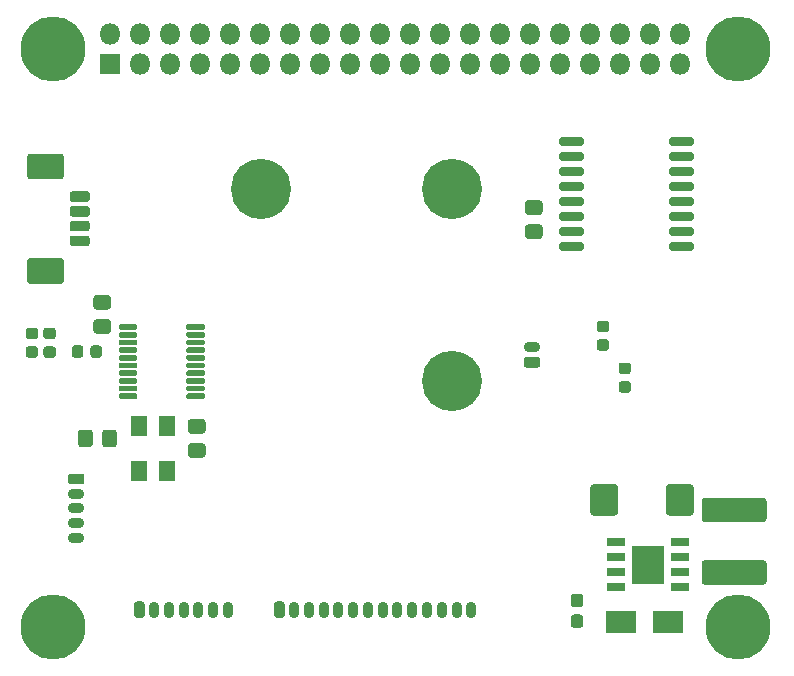
<source format=gbs>
%TF.GenerationSoftware,KiCad,Pcbnew,5.1.6*%
%TF.CreationDate,2020-09-14T14:33:22+02:00*%
%TF.ProjectId,pi-shield,70692d73-6869-4656-9c64-2e6b69636164,rev?*%
%TF.SameCoordinates,Original*%
%TF.FileFunction,Soldermask,Bot*%
%TF.FilePolarity,Negative*%
%FSLAX46Y46*%
G04 Gerber Fmt 4.6, Leading zero omitted, Abs format (unit mm)*
G04 Created by KiCad (PCBNEW 5.1.6) date 2020-09-14 14:33:22*
%MOMM*%
%LPD*%
G01*
G04 APERTURE LIST*
%ADD10C,0.900000*%
%ADD11C,5.100000*%
%ADD12C,5.500000*%
%ADD13R,1.800000X1.800000*%
%ADD14O,1.800000X1.800000*%
%ADD15O,1.400000X0.900000*%
%ADD16R,2.600000X1.900000*%
%ADD17R,2.700000X3.200000*%
%ADD18R,1.650000X0.700000*%
%ADD19R,1.400000X1.700000*%
%ADD20O,0.900000X1.400000*%
G04 APERTURE END LIST*
%TO.C,U1*%
G36*
G01*
X52900000Y-63450000D02*
X52900000Y-63700000D01*
G75*
G02*
X52775000Y-63825000I-125000J0D01*
G01*
X51450000Y-63825000D01*
G75*
G02*
X51325000Y-63700000I0J125000D01*
G01*
X51325000Y-63450000D01*
G75*
G02*
X51450000Y-63325000I125000J0D01*
G01*
X52775000Y-63325000D01*
G75*
G02*
X52900000Y-63450000I0J-125000D01*
G01*
G37*
G36*
G01*
X52900000Y-64100000D02*
X52900000Y-64350000D01*
G75*
G02*
X52775000Y-64475000I-125000J0D01*
G01*
X51450000Y-64475000D01*
G75*
G02*
X51325000Y-64350000I0J125000D01*
G01*
X51325000Y-64100000D01*
G75*
G02*
X51450000Y-63975000I125000J0D01*
G01*
X52775000Y-63975000D01*
G75*
G02*
X52900000Y-64100000I0J-125000D01*
G01*
G37*
G36*
G01*
X52900000Y-64750000D02*
X52900000Y-65000000D01*
G75*
G02*
X52775000Y-65125000I-125000J0D01*
G01*
X51450000Y-65125000D01*
G75*
G02*
X51325000Y-65000000I0J125000D01*
G01*
X51325000Y-64750000D01*
G75*
G02*
X51450000Y-64625000I125000J0D01*
G01*
X52775000Y-64625000D01*
G75*
G02*
X52900000Y-64750000I0J-125000D01*
G01*
G37*
G36*
G01*
X52900000Y-65400000D02*
X52900000Y-65650000D01*
G75*
G02*
X52775000Y-65775000I-125000J0D01*
G01*
X51450000Y-65775000D01*
G75*
G02*
X51325000Y-65650000I0J125000D01*
G01*
X51325000Y-65400000D01*
G75*
G02*
X51450000Y-65275000I125000J0D01*
G01*
X52775000Y-65275000D01*
G75*
G02*
X52900000Y-65400000I0J-125000D01*
G01*
G37*
G36*
G01*
X52900000Y-66050000D02*
X52900000Y-66300000D01*
G75*
G02*
X52775000Y-66425000I-125000J0D01*
G01*
X51450000Y-66425000D01*
G75*
G02*
X51325000Y-66300000I0J125000D01*
G01*
X51325000Y-66050000D01*
G75*
G02*
X51450000Y-65925000I125000J0D01*
G01*
X52775000Y-65925000D01*
G75*
G02*
X52900000Y-66050000I0J-125000D01*
G01*
G37*
G36*
G01*
X52900000Y-66700000D02*
X52900000Y-66950000D01*
G75*
G02*
X52775000Y-67075000I-125000J0D01*
G01*
X51450000Y-67075000D01*
G75*
G02*
X51325000Y-66950000I0J125000D01*
G01*
X51325000Y-66700000D01*
G75*
G02*
X51450000Y-66575000I125000J0D01*
G01*
X52775000Y-66575000D01*
G75*
G02*
X52900000Y-66700000I0J-125000D01*
G01*
G37*
G36*
G01*
X52900000Y-67350000D02*
X52900000Y-67600000D01*
G75*
G02*
X52775000Y-67725000I-125000J0D01*
G01*
X51450000Y-67725000D01*
G75*
G02*
X51325000Y-67600000I0J125000D01*
G01*
X51325000Y-67350000D01*
G75*
G02*
X51450000Y-67225000I125000J0D01*
G01*
X52775000Y-67225000D01*
G75*
G02*
X52900000Y-67350000I0J-125000D01*
G01*
G37*
G36*
G01*
X52900000Y-68000000D02*
X52900000Y-68250000D01*
G75*
G02*
X52775000Y-68375000I-125000J0D01*
G01*
X51450000Y-68375000D01*
G75*
G02*
X51325000Y-68250000I0J125000D01*
G01*
X51325000Y-68000000D01*
G75*
G02*
X51450000Y-67875000I125000J0D01*
G01*
X52775000Y-67875000D01*
G75*
G02*
X52900000Y-68000000I0J-125000D01*
G01*
G37*
G36*
G01*
X52900000Y-68650000D02*
X52900000Y-68900000D01*
G75*
G02*
X52775000Y-69025000I-125000J0D01*
G01*
X51450000Y-69025000D01*
G75*
G02*
X51325000Y-68900000I0J125000D01*
G01*
X51325000Y-68650000D01*
G75*
G02*
X51450000Y-68525000I125000J0D01*
G01*
X52775000Y-68525000D01*
G75*
G02*
X52900000Y-68650000I0J-125000D01*
G01*
G37*
G36*
G01*
X52900000Y-69300000D02*
X52900000Y-69550000D01*
G75*
G02*
X52775000Y-69675000I-125000J0D01*
G01*
X51450000Y-69675000D01*
G75*
G02*
X51325000Y-69550000I0J125000D01*
G01*
X51325000Y-69300000D01*
G75*
G02*
X51450000Y-69175000I125000J0D01*
G01*
X52775000Y-69175000D01*
G75*
G02*
X52900000Y-69300000I0J-125000D01*
G01*
G37*
G36*
G01*
X47175000Y-69300000D02*
X47175000Y-69550000D01*
G75*
G02*
X47050000Y-69675000I-125000J0D01*
G01*
X45725000Y-69675000D01*
G75*
G02*
X45600000Y-69550000I0J125000D01*
G01*
X45600000Y-69300000D01*
G75*
G02*
X45725000Y-69175000I125000J0D01*
G01*
X47050000Y-69175000D01*
G75*
G02*
X47175000Y-69300000I0J-125000D01*
G01*
G37*
G36*
G01*
X47175000Y-68650000D02*
X47175000Y-68900000D01*
G75*
G02*
X47050000Y-69025000I-125000J0D01*
G01*
X45725000Y-69025000D01*
G75*
G02*
X45600000Y-68900000I0J125000D01*
G01*
X45600000Y-68650000D01*
G75*
G02*
X45725000Y-68525000I125000J0D01*
G01*
X47050000Y-68525000D01*
G75*
G02*
X47175000Y-68650000I0J-125000D01*
G01*
G37*
G36*
G01*
X47175000Y-68000000D02*
X47175000Y-68250000D01*
G75*
G02*
X47050000Y-68375000I-125000J0D01*
G01*
X45725000Y-68375000D01*
G75*
G02*
X45600000Y-68250000I0J125000D01*
G01*
X45600000Y-68000000D01*
G75*
G02*
X45725000Y-67875000I125000J0D01*
G01*
X47050000Y-67875000D01*
G75*
G02*
X47175000Y-68000000I0J-125000D01*
G01*
G37*
G36*
G01*
X47175000Y-67350000D02*
X47175000Y-67600000D01*
G75*
G02*
X47050000Y-67725000I-125000J0D01*
G01*
X45725000Y-67725000D01*
G75*
G02*
X45600000Y-67600000I0J125000D01*
G01*
X45600000Y-67350000D01*
G75*
G02*
X45725000Y-67225000I125000J0D01*
G01*
X47050000Y-67225000D01*
G75*
G02*
X47175000Y-67350000I0J-125000D01*
G01*
G37*
G36*
G01*
X47175000Y-66700000D02*
X47175000Y-66950000D01*
G75*
G02*
X47050000Y-67075000I-125000J0D01*
G01*
X45725000Y-67075000D01*
G75*
G02*
X45600000Y-66950000I0J125000D01*
G01*
X45600000Y-66700000D01*
G75*
G02*
X45725000Y-66575000I125000J0D01*
G01*
X47050000Y-66575000D01*
G75*
G02*
X47175000Y-66700000I0J-125000D01*
G01*
G37*
G36*
G01*
X47175000Y-66050000D02*
X47175000Y-66300000D01*
G75*
G02*
X47050000Y-66425000I-125000J0D01*
G01*
X45725000Y-66425000D01*
G75*
G02*
X45600000Y-66300000I0J125000D01*
G01*
X45600000Y-66050000D01*
G75*
G02*
X45725000Y-65925000I125000J0D01*
G01*
X47050000Y-65925000D01*
G75*
G02*
X47175000Y-66050000I0J-125000D01*
G01*
G37*
G36*
G01*
X47175000Y-65400000D02*
X47175000Y-65650000D01*
G75*
G02*
X47050000Y-65775000I-125000J0D01*
G01*
X45725000Y-65775000D01*
G75*
G02*
X45600000Y-65650000I0J125000D01*
G01*
X45600000Y-65400000D01*
G75*
G02*
X45725000Y-65275000I125000J0D01*
G01*
X47050000Y-65275000D01*
G75*
G02*
X47175000Y-65400000I0J-125000D01*
G01*
G37*
G36*
G01*
X47175000Y-64750000D02*
X47175000Y-65000000D01*
G75*
G02*
X47050000Y-65125000I-125000J0D01*
G01*
X45725000Y-65125000D01*
G75*
G02*
X45600000Y-65000000I0J125000D01*
G01*
X45600000Y-64750000D01*
G75*
G02*
X45725000Y-64625000I125000J0D01*
G01*
X47050000Y-64625000D01*
G75*
G02*
X47175000Y-64750000I0J-125000D01*
G01*
G37*
G36*
G01*
X47175000Y-64100000D02*
X47175000Y-64350000D01*
G75*
G02*
X47050000Y-64475000I-125000J0D01*
G01*
X45725000Y-64475000D01*
G75*
G02*
X45600000Y-64350000I0J125000D01*
G01*
X45600000Y-64100000D01*
G75*
G02*
X45725000Y-63975000I125000J0D01*
G01*
X47050000Y-63975000D01*
G75*
G02*
X47175000Y-64100000I0J-125000D01*
G01*
G37*
G36*
G01*
X47175000Y-63450000D02*
X47175000Y-63700000D01*
G75*
G02*
X47050000Y-63825000I-125000J0D01*
G01*
X45725000Y-63825000D01*
G75*
G02*
X45600000Y-63700000I0J125000D01*
G01*
X45600000Y-63450000D01*
G75*
G02*
X45725000Y-63325000I125000J0D01*
G01*
X47050000Y-63325000D01*
G75*
G02*
X47175000Y-63450000I0J-125000D01*
G01*
G37*
%TD*%
%TO.C,C1*%
G36*
G01*
X43400000Y-72521738D02*
X43400000Y-73478262D01*
G75*
G02*
X43128262Y-73750000I-271738J0D01*
G01*
X42421738Y-73750000D01*
G75*
G02*
X42150000Y-73478262I0J271738D01*
G01*
X42150000Y-72521738D01*
G75*
G02*
X42421738Y-72250000I271738J0D01*
G01*
X43128262Y-72250000D01*
G75*
G02*
X43400000Y-72521738I0J-271738D01*
G01*
G37*
G36*
G01*
X45450000Y-72521738D02*
X45450000Y-73478262D01*
G75*
G02*
X45178262Y-73750000I-271738J0D01*
G01*
X44471738Y-73750000D01*
G75*
G02*
X44200000Y-73478262I0J271738D01*
G01*
X44200000Y-72521738D01*
G75*
G02*
X44471738Y-72250000I271738J0D01*
G01*
X45178262Y-72250000D01*
G75*
G02*
X45450000Y-72521738I0J-271738D01*
G01*
G37*
%TD*%
%TO.C,C2*%
G36*
G01*
X51721738Y-71350000D02*
X52678262Y-71350000D01*
G75*
G02*
X52950000Y-71621738I0J-271738D01*
G01*
X52950000Y-72328262D01*
G75*
G02*
X52678262Y-72600000I-271738J0D01*
G01*
X51721738Y-72600000D01*
G75*
G02*
X51450000Y-72328262I0J271738D01*
G01*
X51450000Y-71621738D01*
G75*
G02*
X51721738Y-71350000I271738J0D01*
G01*
G37*
G36*
G01*
X51721738Y-73400000D02*
X52678262Y-73400000D01*
G75*
G02*
X52950000Y-73671738I0J-271738D01*
G01*
X52950000Y-74378262D01*
G75*
G02*
X52678262Y-74650000I-271738J0D01*
G01*
X51721738Y-74650000D01*
G75*
G02*
X51450000Y-74378262I0J271738D01*
G01*
X51450000Y-73671738D01*
G75*
G02*
X51721738Y-73400000I271738J0D01*
G01*
G37*
%TD*%
%TO.C,C3*%
G36*
G01*
X44678262Y-62100000D02*
X43721738Y-62100000D01*
G75*
G02*
X43450000Y-61828262I0J271738D01*
G01*
X43450000Y-61121738D01*
G75*
G02*
X43721738Y-60850000I271738J0D01*
G01*
X44678262Y-60850000D01*
G75*
G02*
X44950000Y-61121738I0J-271738D01*
G01*
X44950000Y-61828262D01*
G75*
G02*
X44678262Y-62100000I-271738J0D01*
G01*
G37*
G36*
G01*
X44678262Y-64150000D02*
X43721738Y-64150000D01*
G75*
G02*
X43450000Y-63878262I0J271738D01*
G01*
X43450000Y-63171738D01*
G75*
G02*
X43721738Y-62900000I271738J0D01*
G01*
X44678262Y-62900000D01*
G75*
G02*
X44950000Y-63171738I0J-271738D01*
G01*
X44950000Y-63878262D01*
G75*
G02*
X44678262Y-64150000I-271738J0D01*
G01*
G37*
%TD*%
%TO.C,C5*%
G36*
G01*
X81228262Y-56125000D02*
X80271738Y-56125000D01*
G75*
G02*
X80000000Y-55853262I0J271738D01*
G01*
X80000000Y-55146738D01*
G75*
G02*
X80271738Y-54875000I271738J0D01*
G01*
X81228262Y-54875000D01*
G75*
G02*
X81500000Y-55146738I0J-271738D01*
G01*
X81500000Y-55853262D01*
G75*
G02*
X81228262Y-56125000I-271738J0D01*
G01*
G37*
G36*
G01*
X81228262Y-54075000D02*
X80271738Y-54075000D01*
G75*
G02*
X80000000Y-53803262I0J271738D01*
G01*
X80000000Y-53096738D01*
G75*
G02*
X80271738Y-52825000I271738J0D01*
G01*
X81228262Y-52825000D01*
G75*
G02*
X81500000Y-53096738I0J-271738D01*
G01*
X81500000Y-53803262D01*
G75*
G02*
X81228262Y-54075000I-271738J0D01*
G01*
G37*
%TD*%
D10*
%TO.C,H1*%
X75175825Y-50574175D03*
X73850000Y-50025000D03*
X72524175Y-50574175D03*
X71975000Y-51900000D03*
X72524175Y-53225825D03*
X73850000Y-53775000D03*
X75175825Y-53225825D03*
X75725000Y-51900000D03*
D11*
X73850000Y-51900000D03*
%TD*%
%TO.C,H2*%
X73850000Y-68100000D03*
D10*
X75725000Y-68100000D03*
X75175825Y-69425825D03*
X73850000Y-69975000D03*
X72524175Y-69425825D03*
X71975000Y-68100000D03*
X72524175Y-66774175D03*
X73850000Y-66225000D03*
X75175825Y-66774175D03*
%TD*%
D11*
%TO.C,H3*%
X57650000Y-51900000D03*
D10*
X59525000Y-51900000D03*
X58975825Y-53225825D03*
X57650000Y-53775000D03*
X56324175Y-53225825D03*
X55775000Y-51900000D03*
X56324175Y-50574175D03*
X57650000Y-50025000D03*
X58975825Y-50574175D03*
%TD*%
%TO.C,H5*%
X41431891Y-87568109D03*
X40000000Y-86975000D03*
X38568109Y-87568109D03*
X37975000Y-89000000D03*
X38568109Y-90431891D03*
X40000000Y-91025000D03*
X41431891Y-90431891D03*
X42025000Y-89000000D03*
D12*
X40000000Y-89000000D03*
%TD*%
%TO.C,H6*%
X98000000Y-40000000D03*
D10*
X100025000Y-40000000D03*
X99431891Y-41431891D03*
X98000000Y-42025000D03*
X96568109Y-41431891D03*
X95975000Y-40000000D03*
X96568109Y-38568109D03*
X98000000Y-37975000D03*
X99431891Y-38568109D03*
%TD*%
%TO.C,H7*%
X99431891Y-87568109D03*
X98000000Y-86975000D03*
X96568109Y-87568109D03*
X95975000Y-89000000D03*
X96568109Y-90431891D03*
X98000000Y-91025000D03*
X99431891Y-90431891D03*
X100025000Y-89000000D03*
D12*
X98000000Y-89000000D03*
%TD*%
%TO.C,H8*%
X40000000Y-40000000D03*
D10*
X42025000Y-40000000D03*
X41431891Y-41431891D03*
X40000000Y-42025000D03*
X38568109Y-41431891D03*
X37975000Y-40000000D03*
X38568109Y-38568109D03*
X40000000Y-37975000D03*
X41431891Y-38568109D03*
%TD*%
D13*
%TO.C,J1*%
X44870000Y-41270000D03*
D14*
X44870000Y-38730000D03*
X47410000Y-41270000D03*
X47410000Y-38730000D03*
X49950000Y-41270000D03*
X49950000Y-38730000D03*
X52490000Y-41270000D03*
X52490000Y-38730000D03*
X55030000Y-41270000D03*
X55030000Y-38730000D03*
X57570000Y-41270000D03*
X57570000Y-38730000D03*
X60110000Y-41270000D03*
X60110000Y-38730000D03*
X62650000Y-41270000D03*
X62650000Y-38730000D03*
X65190000Y-41270000D03*
X65190000Y-38730000D03*
X67730000Y-41270000D03*
X67730000Y-38730000D03*
X70270000Y-41270000D03*
X70270000Y-38730000D03*
X72810000Y-41270000D03*
X72810000Y-38730000D03*
X75350000Y-41270000D03*
X75350000Y-38730000D03*
X77890000Y-41270000D03*
X77890000Y-38730000D03*
X80430000Y-41270000D03*
X80430000Y-38730000D03*
X82970000Y-41270000D03*
X82970000Y-38730000D03*
X85510000Y-41270000D03*
X85510000Y-38730000D03*
X88050000Y-41270000D03*
X88050000Y-38730000D03*
X90590000Y-41270000D03*
X90590000Y-38730000D03*
X93130000Y-41270000D03*
X93130000Y-38730000D03*
%TD*%
%TO.C,J4*%
G36*
G01*
X81075000Y-67000000D02*
X80125000Y-67000000D01*
G75*
G02*
X79900000Y-66775000I0J225000D01*
G01*
X79900000Y-66325000D01*
G75*
G02*
X80125000Y-66100000I225000J0D01*
G01*
X81075000Y-66100000D01*
G75*
G02*
X81300000Y-66325000I0J-225000D01*
G01*
X81300000Y-66775000D01*
G75*
G02*
X81075000Y-67000000I-225000J0D01*
G01*
G37*
D15*
X80600000Y-65300000D03*
%TD*%
%TO.C,U3*%
G36*
G01*
X82875000Y-56920000D02*
X82875000Y-56570000D01*
G75*
G02*
X83050000Y-56395000I175000J0D01*
G01*
X84850000Y-56395000D01*
G75*
G02*
X85025000Y-56570000I0J-175000D01*
G01*
X85025000Y-56920000D01*
G75*
G02*
X84850000Y-57095000I-175000J0D01*
G01*
X83050000Y-57095000D01*
G75*
G02*
X82875000Y-56920000I0J175000D01*
G01*
G37*
G36*
G01*
X82875000Y-55650000D02*
X82875000Y-55300000D01*
G75*
G02*
X83050000Y-55125000I175000J0D01*
G01*
X84850000Y-55125000D01*
G75*
G02*
X85025000Y-55300000I0J-175000D01*
G01*
X85025000Y-55650000D01*
G75*
G02*
X84850000Y-55825000I-175000J0D01*
G01*
X83050000Y-55825000D01*
G75*
G02*
X82875000Y-55650000I0J175000D01*
G01*
G37*
G36*
G01*
X82875000Y-54380000D02*
X82875000Y-54030000D01*
G75*
G02*
X83050000Y-53855000I175000J0D01*
G01*
X84850000Y-53855000D01*
G75*
G02*
X85025000Y-54030000I0J-175000D01*
G01*
X85025000Y-54380000D01*
G75*
G02*
X84850000Y-54555000I-175000J0D01*
G01*
X83050000Y-54555000D01*
G75*
G02*
X82875000Y-54380000I0J175000D01*
G01*
G37*
G36*
G01*
X82875000Y-53110000D02*
X82875000Y-52760000D01*
G75*
G02*
X83050000Y-52585000I175000J0D01*
G01*
X84850000Y-52585000D01*
G75*
G02*
X85025000Y-52760000I0J-175000D01*
G01*
X85025000Y-53110000D01*
G75*
G02*
X84850000Y-53285000I-175000J0D01*
G01*
X83050000Y-53285000D01*
G75*
G02*
X82875000Y-53110000I0J175000D01*
G01*
G37*
G36*
G01*
X82875000Y-51840000D02*
X82875000Y-51490000D01*
G75*
G02*
X83050000Y-51315000I175000J0D01*
G01*
X84850000Y-51315000D01*
G75*
G02*
X85025000Y-51490000I0J-175000D01*
G01*
X85025000Y-51840000D01*
G75*
G02*
X84850000Y-52015000I-175000J0D01*
G01*
X83050000Y-52015000D01*
G75*
G02*
X82875000Y-51840000I0J175000D01*
G01*
G37*
G36*
G01*
X82875000Y-50570000D02*
X82875000Y-50220000D01*
G75*
G02*
X83050000Y-50045000I175000J0D01*
G01*
X84850000Y-50045000D01*
G75*
G02*
X85025000Y-50220000I0J-175000D01*
G01*
X85025000Y-50570000D01*
G75*
G02*
X84850000Y-50745000I-175000J0D01*
G01*
X83050000Y-50745000D01*
G75*
G02*
X82875000Y-50570000I0J175000D01*
G01*
G37*
G36*
G01*
X82875000Y-49300000D02*
X82875000Y-48950000D01*
G75*
G02*
X83050000Y-48775000I175000J0D01*
G01*
X84850000Y-48775000D01*
G75*
G02*
X85025000Y-48950000I0J-175000D01*
G01*
X85025000Y-49300000D01*
G75*
G02*
X84850000Y-49475000I-175000J0D01*
G01*
X83050000Y-49475000D01*
G75*
G02*
X82875000Y-49300000I0J175000D01*
G01*
G37*
G36*
G01*
X82875000Y-48030000D02*
X82875000Y-47680000D01*
G75*
G02*
X83050000Y-47505000I175000J0D01*
G01*
X84850000Y-47505000D01*
G75*
G02*
X85025000Y-47680000I0J-175000D01*
G01*
X85025000Y-48030000D01*
G75*
G02*
X84850000Y-48205000I-175000J0D01*
G01*
X83050000Y-48205000D01*
G75*
G02*
X82875000Y-48030000I0J175000D01*
G01*
G37*
G36*
G01*
X92175000Y-48030000D02*
X92175000Y-47680000D01*
G75*
G02*
X92350000Y-47505000I175000J0D01*
G01*
X94150000Y-47505000D01*
G75*
G02*
X94325000Y-47680000I0J-175000D01*
G01*
X94325000Y-48030000D01*
G75*
G02*
X94150000Y-48205000I-175000J0D01*
G01*
X92350000Y-48205000D01*
G75*
G02*
X92175000Y-48030000I0J175000D01*
G01*
G37*
G36*
G01*
X92175000Y-49300000D02*
X92175000Y-48950000D01*
G75*
G02*
X92350000Y-48775000I175000J0D01*
G01*
X94150000Y-48775000D01*
G75*
G02*
X94325000Y-48950000I0J-175000D01*
G01*
X94325000Y-49300000D01*
G75*
G02*
X94150000Y-49475000I-175000J0D01*
G01*
X92350000Y-49475000D01*
G75*
G02*
X92175000Y-49300000I0J175000D01*
G01*
G37*
G36*
G01*
X92175000Y-50570000D02*
X92175000Y-50220000D01*
G75*
G02*
X92350000Y-50045000I175000J0D01*
G01*
X94150000Y-50045000D01*
G75*
G02*
X94325000Y-50220000I0J-175000D01*
G01*
X94325000Y-50570000D01*
G75*
G02*
X94150000Y-50745000I-175000J0D01*
G01*
X92350000Y-50745000D01*
G75*
G02*
X92175000Y-50570000I0J175000D01*
G01*
G37*
G36*
G01*
X92175000Y-51840000D02*
X92175000Y-51490000D01*
G75*
G02*
X92350000Y-51315000I175000J0D01*
G01*
X94150000Y-51315000D01*
G75*
G02*
X94325000Y-51490000I0J-175000D01*
G01*
X94325000Y-51840000D01*
G75*
G02*
X94150000Y-52015000I-175000J0D01*
G01*
X92350000Y-52015000D01*
G75*
G02*
X92175000Y-51840000I0J175000D01*
G01*
G37*
G36*
G01*
X92175000Y-53110000D02*
X92175000Y-52760000D01*
G75*
G02*
X92350000Y-52585000I175000J0D01*
G01*
X94150000Y-52585000D01*
G75*
G02*
X94325000Y-52760000I0J-175000D01*
G01*
X94325000Y-53110000D01*
G75*
G02*
X94150000Y-53285000I-175000J0D01*
G01*
X92350000Y-53285000D01*
G75*
G02*
X92175000Y-53110000I0J175000D01*
G01*
G37*
G36*
G01*
X92175000Y-54380000D02*
X92175000Y-54030000D01*
G75*
G02*
X92350000Y-53855000I175000J0D01*
G01*
X94150000Y-53855000D01*
G75*
G02*
X94325000Y-54030000I0J-175000D01*
G01*
X94325000Y-54380000D01*
G75*
G02*
X94150000Y-54555000I-175000J0D01*
G01*
X92350000Y-54555000D01*
G75*
G02*
X92175000Y-54380000I0J175000D01*
G01*
G37*
G36*
G01*
X92175000Y-55650000D02*
X92175000Y-55300000D01*
G75*
G02*
X92350000Y-55125000I175000J0D01*
G01*
X94150000Y-55125000D01*
G75*
G02*
X94325000Y-55300000I0J-175000D01*
G01*
X94325000Y-55650000D01*
G75*
G02*
X94150000Y-55825000I-175000J0D01*
G01*
X92350000Y-55825000D01*
G75*
G02*
X92175000Y-55650000I0J175000D01*
G01*
G37*
G36*
G01*
X92175000Y-56920000D02*
X92175000Y-56570000D01*
G75*
G02*
X92350000Y-56395000I175000J0D01*
G01*
X94150000Y-56395000D01*
G75*
G02*
X94325000Y-56570000I0J-175000D01*
G01*
X94325000Y-56920000D01*
G75*
G02*
X94150000Y-57095000I-175000J0D01*
G01*
X92350000Y-57095000D01*
G75*
G02*
X92175000Y-56920000I0J175000D01*
G01*
G37*
%TD*%
%TO.C,J5*%
G36*
G01*
X41525000Y-75975000D02*
X42475000Y-75975000D01*
G75*
G02*
X42700000Y-76200000I0J-225000D01*
G01*
X42700000Y-76650000D01*
G75*
G02*
X42475000Y-76875000I-225000J0D01*
G01*
X41525000Y-76875000D01*
G75*
G02*
X41300000Y-76650000I0J225000D01*
G01*
X41300000Y-76200000D01*
G75*
G02*
X41525000Y-75975000I225000J0D01*
G01*
G37*
X42000000Y-77675000D03*
X42000000Y-78925000D03*
X42000000Y-80175000D03*
X42000000Y-81425000D03*
%TD*%
%TO.C,C7*%
G36*
G01*
X100187343Y-85375000D02*
X95212657Y-85375000D01*
G75*
G02*
X94950000Y-85112343I0J262657D01*
G01*
X94950000Y-83562657D01*
G75*
G02*
X95212657Y-83300000I262657J0D01*
G01*
X100187343Y-83300000D01*
G75*
G02*
X100450000Y-83562657I0J-262657D01*
G01*
X100450000Y-85112343D01*
G75*
G02*
X100187343Y-85375000I-262657J0D01*
G01*
G37*
G36*
G01*
X100187343Y-80100000D02*
X95212657Y-80100000D01*
G75*
G02*
X94950000Y-79837343I0J262657D01*
G01*
X94950000Y-78287657D01*
G75*
G02*
X95212657Y-78025000I262657J0D01*
G01*
X100187343Y-78025000D01*
G75*
G02*
X100450000Y-78287657I0J-262657D01*
G01*
X100450000Y-79837343D01*
G75*
G02*
X100187343Y-80100000I-262657J0D01*
G01*
G37*
%TD*%
%TO.C,C8*%
G36*
G01*
X84662500Y-89050000D02*
X84137500Y-89050000D01*
G75*
G02*
X83875000Y-88787500I0J262500D01*
G01*
X83875000Y-88162500D01*
G75*
G02*
X84137500Y-87900000I262500J0D01*
G01*
X84662500Y-87900000D01*
G75*
G02*
X84925000Y-88162500I0J-262500D01*
G01*
X84925000Y-88787500D01*
G75*
G02*
X84662500Y-89050000I-262500J0D01*
G01*
G37*
G36*
G01*
X84662500Y-87300000D02*
X84137500Y-87300000D01*
G75*
G02*
X83875000Y-87037500I0J262500D01*
G01*
X83875000Y-86412500D01*
G75*
G02*
X84137500Y-86150000I262500J0D01*
G01*
X84662500Y-86150000D01*
G75*
G02*
X84925000Y-86412500I0J-262500D01*
G01*
X84925000Y-87037500D01*
G75*
G02*
X84662500Y-87300000I-262500J0D01*
G01*
G37*
%TD*%
%TO.C,C9*%
G36*
G01*
X85525000Y-79263890D02*
X85525000Y-77136110D01*
G75*
G02*
X85786110Y-76875000I261110J0D01*
G01*
X87613890Y-76875000D01*
G75*
G02*
X87875000Y-77136110I0J-261110D01*
G01*
X87875000Y-79263890D01*
G75*
G02*
X87613890Y-79525000I-261110J0D01*
G01*
X85786110Y-79525000D01*
G75*
G02*
X85525000Y-79263890I0J261110D01*
G01*
G37*
G36*
G01*
X91925000Y-79263890D02*
X91925000Y-77136110D01*
G75*
G02*
X92186110Y-76875000I261110J0D01*
G01*
X94013890Y-76875000D01*
G75*
G02*
X94275000Y-77136110I0J-261110D01*
G01*
X94275000Y-79263890D01*
G75*
G02*
X94013890Y-79525000I-261110J0D01*
G01*
X92186110Y-79525000D01*
G75*
G02*
X91925000Y-79263890I0J261110D01*
G01*
G37*
%TD*%
D16*
%TO.C,D2*%
X92100000Y-88500000D03*
X88100000Y-88500000D03*
%TD*%
D17*
%TO.C,U5*%
X90400000Y-83700000D03*
D18*
X87700000Y-85605000D03*
X87700000Y-84335000D03*
X87700000Y-83065000D03*
X87700000Y-81795000D03*
X93100000Y-81795000D03*
X93100000Y-83065000D03*
X93100000Y-84335000D03*
X93100000Y-85605000D03*
%TD*%
D19*
%TO.C,Y1*%
X47350000Y-75750000D03*
X47350000Y-71950000D03*
X49650000Y-71950000D03*
X49650000Y-75750000D03*
%TD*%
%TO.C,J10*%
G36*
G01*
X40688095Y-51075000D02*
X38111905Y-51075000D01*
G75*
G02*
X37850000Y-50813095I0J261905D01*
G01*
X37850000Y-49136905D01*
G75*
G02*
X38111905Y-48875000I261905J0D01*
G01*
X40688095Y-48875000D01*
G75*
G02*
X40950000Y-49136905I0J-261905D01*
G01*
X40950000Y-50813095D01*
G75*
G02*
X40688095Y-51075000I-261905J0D01*
G01*
G37*
G36*
G01*
X40688095Y-59925000D02*
X38111905Y-59925000D01*
G75*
G02*
X37850000Y-59663095I0J261905D01*
G01*
X37850000Y-57986905D01*
G75*
G02*
X38111905Y-57725000I261905J0D01*
G01*
X40688095Y-57725000D01*
G75*
G02*
X40950000Y-57986905I0J-261905D01*
G01*
X40950000Y-59663095D01*
G75*
G02*
X40688095Y-59925000I-261905J0D01*
G01*
G37*
G36*
G01*
X42925000Y-52975000D02*
X41675000Y-52975000D01*
G75*
G02*
X41450000Y-52750000I0J225000D01*
G01*
X41450000Y-52300000D01*
G75*
G02*
X41675000Y-52075000I225000J0D01*
G01*
X42925000Y-52075000D01*
G75*
G02*
X43150000Y-52300000I0J-225000D01*
G01*
X43150000Y-52750000D01*
G75*
G02*
X42925000Y-52975000I-225000J0D01*
G01*
G37*
G36*
G01*
X42925000Y-54225000D02*
X41675000Y-54225000D01*
G75*
G02*
X41450000Y-54000000I0J225000D01*
G01*
X41450000Y-53550000D01*
G75*
G02*
X41675000Y-53325000I225000J0D01*
G01*
X42925000Y-53325000D01*
G75*
G02*
X43150000Y-53550000I0J-225000D01*
G01*
X43150000Y-54000000D01*
G75*
G02*
X42925000Y-54225000I-225000J0D01*
G01*
G37*
G36*
G01*
X42925000Y-55475000D02*
X41675000Y-55475000D01*
G75*
G02*
X41450000Y-55250000I0J225000D01*
G01*
X41450000Y-54800000D01*
G75*
G02*
X41675000Y-54575000I225000J0D01*
G01*
X42925000Y-54575000D01*
G75*
G02*
X43150000Y-54800000I0J-225000D01*
G01*
X43150000Y-55250000D01*
G75*
G02*
X42925000Y-55475000I-225000J0D01*
G01*
G37*
G36*
G01*
X42925000Y-56725000D02*
X41675000Y-56725000D01*
G75*
G02*
X41450000Y-56500000I0J225000D01*
G01*
X41450000Y-56050000D01*
G75*
G02*
X41675000Y-55825000I225000J0D01*
G01*
X42925000Y-55825000D01*
G75*
G02*
X43150000Y-56050000I0J-225000D01*
G01*
X43150000Y-56500000D01*
G75*
G02*
X42925000Y-56725000I-225000J0D01*
G01*
G37*
%TD*%
%TO.C,J6*%
G36*
G01*
X46900000Y-87975000D02*
X46900000Y-87025000D01*
G75*
G02*
X47125000Y-86800000I225000J0D01*
G01*
X47575000Y-86800000D01*
G75*
G02*
X47800000Y-87025000I0J-225000D01*
G01*
X47800000Y-87975000D01*
G75*
G02*
X47575000Y-88200000I-225000J0D01*
G01*
X47125000Y-88200000D01*
G75*
G02*
X46900000Y-87975000I0J225000D01*
G01*
G37*
D20*
X48600000Y-87500000D03*
X49850000Y-87500000D03*
X51100000Y-87500000D03*
X52350000Y-87500000D03*
X53600000Y-87500000D03*
X54850000Y-87500000D03*
%TD*%
%TO.C,J7*%
G36*
G01*
X58750000Y-87975000D02*
X58750000Y-87025000D01*
G75*
G02*
X58975000Y-86800000I225000J0D01*
G01*
X59425000Y-86800000D01*
G75*
G02*
X59650000Y-87025000I0J-225000D01*
G01*
X59650000Y-87975000D01*
G75*
G02*
X59425000Y-88200000I-225000J0D01*
G01*
X58975000Y-88200000D01*
G75*
G02*
X58750000Y-87975000I0J225000D01*
G01*
G37*
X60450000Y-87500000D03*
X61700000Y-87500000D03*
X62950000Y-87500000D03*
X64200000Y-87500000D03*
X65450000Y-87500000D03*
X66700000Y-87500000D03*
X67950000Y-87500000D03*
X69200000Y-87500000D03*
X70450000Y-87500000D03*
X71700000Y-87500000D03*
X72950000Y-87500000D03*
X74200000Y-87500000D03*
X75450000Y-87500000D03*
%TD*%
%TO.C,R6*%
G36*
G01*
X38531250Y-66175000D02*
X37968750Y-66175000D01*
G75*
G02*
X37725000Y-65931250I0J243750D01*
G01*
X37725000Y-65443750D01*
G75*
G02*
X37968750Y-65200000I243750J0D01*
G01*
X38531250Y-65200000D01*
G75*
G02*
X38775000Y-65443750I0J-243750D01*
G01*
X38775000Y-65931250D01*
G75*
G02*
X38531250Y-66175000I-243750J0D01*
G01*
G37*
G36*
G01*
X38531250Y-64600000D02*
X37968750Y-64600000D01*
G75*
G02*
X37725000Y-64356250I0J243750D01*
G01*
X37725000Y-63868750D01*
G75*
G02*
X37968750Y-63625000I243750J0D01*
G01*
X38531250Y-63625000D01*
G75*
G02*
X38775000Y-63868750I0J-243750D01*
G01*
X38775000Y-64356250D01*
G75*
G02*
X38531250Y-64600000I-243750J0D01*
G01*
G37*
%TD*%
%TO.C,R7*%
G36*
G01*
X40031250Y-64600000D02*
X39468750Y-64600000D01*
G75*
G02*
X39225000Y-64356250I0J243750D01*
G01*
X39225000Y-63868750D01*
G75*
G02*
X39468750Y-63625000I243750J0D01*
G01*
X40031250Y-63625000D01*
G75*
G02*
X40275000Y-63868750I0J-243750D01*
G01*
X40275000Y-64356250D01*
G75*
G02*
X40031250Y-64600000I-243750J0D01*
G01*
G37*
G36*
G01*
X40031250Y-66175000D02*
X39468750Y-66175000D01*
G75*
G02*
X39225000Y-65931250I0J243750D01*
G01*
X39225000Y-65443750D01*
G75*
G02*
X39468750Y-65200000I243750J0D01*
G01*
X40031250Y-65200000D01*
G75*
G02*
X40275000Y-65443750I0J-243750D01*
G01*
X40275000Y-65931250D01*
G75*
G02*
X40031250Y-66175000I-243750J0D01*
G01*
G37*
%TD*%
%TO.C,R8*%
G36*
G01*
X88731250Y-67550000D02*
X88168750Y-67550000D01*
G75*
G02*
X87925000Y-67306250I0J243750D01*
G01*
X87925000Y-66818750D01*
G75*
G02*
X88168750Y-66575000I243750J0D01*
G01*
X88731250Y-66575000D01*
G75*
G02*
X88975000Y-66818750I0J-243750D01*
G01*
X88975000Y-67306250D01*
G75*
G02*
X88731250Y-67550000I-243750J0D01*
G01*
G37*
G36*
G01*
X88731250Y-69125000D02*
X88168750Y-69125000D01*
G75*
G02*
X87925000Y-68881250I0J243750D01*
G01*
X87925000Y-68393750D01*
G75*
G02*
X88168750Y-68150000I243750J0D01*
G01*
X88731250Y-68150000D01*
G75*
G02*
X88975000Y-68393750I0J-243750D01*
G01*
X88975000Y-68881250D01*
G75*
G02*
X88731250Y-69125000I-243750J0D01*
G01*
G37*
%TD*%
%TO.C,R9*%
G36*
G01*
X86318750Y-63025000D02*
X86881250Y-63025000D01*
G75*
G02*
X87125000Y-63268750I0J-243750D01*
G01*
X87125000Y-63756250D01*
G75*
G02*
X86881250Y-64000000I-243750J0D01*
G01*
X86318750Y-64000000D01*
G75*
G02*
X86075000Y-63756250I0J243750D01*
G01*
X86075000Y-63268750D01*
G75*
G02*
X86318750Y-63025000I243750J0D01*
G01*
G37*
G36*
G01*
X86318750Y-64600000D02*
X86881250Y-64600000D01*
G75*
G02*
X87125000Y-64843750I0J-243750D01*
G01*
X87125000Y-65331250D01*
G75*
G02*
X86881250Y-65575000I-243750J0D01*
G01*
X86318750Y-65575000D01*
G75*
G02*
X86075000Y-65331250I0J243750D01*
G01*
X86075000Y-64843750D01*
G75*
G02*
X86318750Y-64600000I243750J0D01*
G01*
G37*
%TD*%
%TO.C,R1*%
G36*
G01*
X43200000Y-65931250D02*
X43200000Y-65368750D01*
G75*
G02*
X43443750Y-65125000I243750J0D01*
G01*
X43931250Y-65125000D01*
G75*
G02*
X44175000Y-65368750I0J-243750D01*
G01*
X44175000Y-65931250D01*
G75*
G02*
X43931250Y-66175000I-243750J0D01*
G01*
X43443750Y-66175000D01*
G75*
G02*
X43200000Y-65931250I0J243750D01*
G01*
G37*
G36*
G01*
X41625000Y-65931250D02*
X41625000Y-65368750D01*
G75*
G02*
X41868750Y-65125000I243750J0D01*
G01*
X42356250Y-65125000D01*
G75*
G02*
X42600000Y-65368750I0J-243750D01*
G01*
X42600000Y-65931250D01*
G75*
G02*
X42356250Y-66175000I-243750J0D01*
G01*
X41868750Y-66175000D01*
G75*
G02*
X41625000Y-65931250I0J243750D01*
G01*
G37*
%TD*%
M02*

</source>
